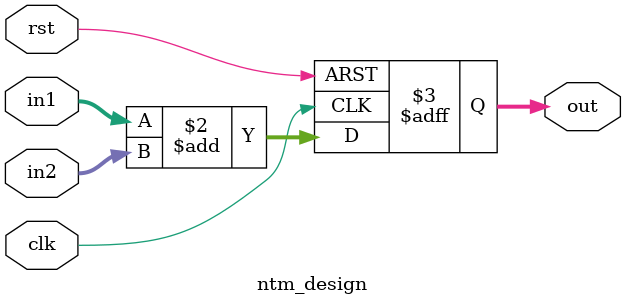
<source format=sv>

module ntm_design (
  input clk,
  input rst,

  input [7:0] in1,
  input [7:0] in2,

  output reg [8:0] out
);

  always @(posedge clk or posedge rst) begin
    if (rst) out <= 0;
    else out <= in1 + in2;
  end

endmodule

</source>
